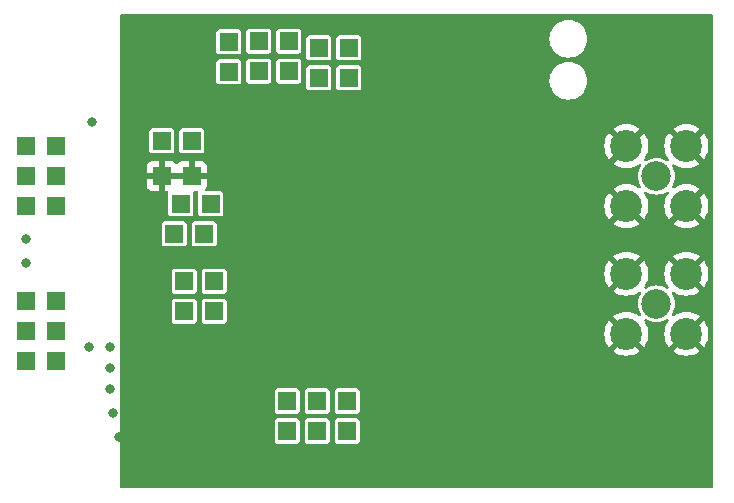
<source format=gbr>
%TF.GenerationSoftware,KiCad,Pcbnew,7.0.11+1*%
%TF.CreationDate,2024-07-13T22:37:04+00:00*%
%TF.ProjectId,ISM03,49534d30-332e-46b6-9963-61645f706362,rev?*%
%TF.SameCoordinates,Original*%
%TF.FileFunction,Copper,L1,Top*%
%TF.FilePolarity,Positive*%
%FSLAX46Y46*%
G04 Gerber Fmt 4.6, Leading zero omitted, Abs format (unit mm)*
G04 Created by KiCad (PCBNEW 7.0.11+1) date 2024-07-13 22:37:04*
%MOMM*%
%LPD*%
G01*
G04 APERTURE LIST*
%TA.AperFunction,ComponentPad*%
%ADD10R,1.524000X1.524000*%
%TD*%
%TA.AperFunction,ComponentPad*%
%ADD11C,6.000000*%
%TD*%
%TA.AperFunction,ComponentPad*%
%ADD12C,2.500000*%
%TD*%
%TA.AperFunction,ComponentPad*%
%ADD13C,2.700000*%
%TD*%
%TA.AperFunction,HeatsinkPad*%
%ADD14C,0.500000*%
%TD*%
%TA.AperFunction,HeatsinkPad*%
%ADD15R,2.600000X2.600000*%
%TD*%
%TA.AperFunction,ViaPad*%
%ADD16C,0.800000*%
%TD*%
%TA.AperFunction,Conductor*%
%ADD17C,0.500000*%
%TD*%
G04 APERTURE END LIST*
D10*
%TO.P,J17,1*%
%TO.N,/TXRAMP*%
X24601000Y10173500D03*
%TO.P,J17,2*%
X24601000Y12713500D03*
%TD*%
%TO.P,J24,1*%
%TO.N,Net-(J24-Pad1)*%
X14568000Y40590000D03*
%TO.P,J24,2*%
%TO.N,/GPIO2*%
X14568000Y43130000D03*
%TD*%
%TO.P,J25,1*%
%TO.N,Net-(J25-Pad1)*%
X22188000Y40082000D03*
%TO.P,J25,2*%
%TO.N,/GPIO3*%
X22188000Y42622000D03*
%TD*%
%TO.P,J1,1,2*%
%TO.N,GND*%
X-2549953Y34289311D03*
%TO.P,J1,2,2*%
X-9953Y34289311D03*
%TO.P,J1,3,4*%
%TO.N,VCC*%
X-2549953Y31749311D03*
%TO.P,J1,4,4*%
X-9953Y31749311D03*
%TO.P,J1,5,6*%
%TO.N,GND*%
X-2549953Y29209311D03*
%TO.P,J1,6,6*%
X-9953Y29209311D03*
%TD*%
%TO.P,J4,1,2*%
%TO.N,GND*%
X-2549953Y21208311D03*
%TO.P,J4,2,2*%
X-9953Y21208311D03*
%TO.P,J4,3,4*%
%TO.N,+3.3V*%
X-2549953Y18668311D03*
%TO.P,J4,4,4*%
X-9953Y18668311D03*
%TO.P,J4,5,6*%
%TO.N,GND*%
X-2549953Y16128311D03*
%TO.P,J4,6,6*%
X-9953Y16128311D03*
%TD*%
%TO.P,J13,1*%
%TO.N,/SCLK*%
X13335000Y22860000D03*
%TO.P,J13,2*%
X10795000Y22860000D03*
%TD*%
%TO.P,J14,1*%
%TO.N,/SDI*%
X13044000Y29414000D03*
%TO.P,J14,2*%
X10504000Y29414000D03*
%TD*%
%TO.P,J19,1*%
%TO.N,/nIRQ*%
X10795000Y20320000D03*
%TO.P,J19,2*%
X13335000Y20320000D03*
%TD*%
%TO.P,J20,1*%
%TO.N,/GPIO0*%
X22061000Y10173500D03*
%TO.P,J20,2*%
X22061000Y12713500D03*
%TD*%
%TO.P,J21,1*%
%TO.N,/GPIO1*%
X19521000Y10173500D03*
%TO.P,J21,2*%
X19521000Y12713500D03*
%TD*%
D11*
%TO.P,M1,1*%
%TO.N,GND*%
X10160000Y40640000D03*
%TD*%
%TO.P,M2,1*%
%TO.N,GND*%
X50800000Y40640000D03*
%TD*%
%TO.P,M3,1*%
%TO.N,GND*%
X10160000Y10160000D03*
%TD*%
%TO.P,M4,1*%
%TO.N,GND*%
X50800000Y10160000D03*
%TD*%
D12*
%TO.P,J3,1*%
%TO.N,Net-(J3-Pad1)*%
X50790047Y31749311D03*
D13*
%TO.P,J3,2*%
%TO.N,GND*%
X48250047Y34289311D03*
X48250047Y29209311D03*
X53330047Y34289311D03*
X53330047Y29209311D03*
%TD*%
D10*
%TO.P,J26,1*%
%TO.N,GND*%
X11430000Y31750000D03*
%TO.P,J26,2*%
X8890000Y31750000D03*
%TD*%
%TO.P,J22,1*%
%TO.N,/GPIO2*%
X17108000Y40639311D03*
%TO.P,J22,2*%
X17108000Y43179311D03*
%TD*%
%TO.P,J16,1*%
%TO.N,/nSEL*%
X11430000Y34748000D03*
%TO.P,J16,2*%
X8890000Y34748000D03*
%TD*%
%TO.P,J15,1*%
%TO.N,/SDO*%
X12486689Y26874000D03*
%TO.P,J15,2*%
X9946689Y26874000D03*
%TD*%
%TO.P,J23,1*%
%TO.N,/GPIO3*%
X19648000Y40639311D03*
%TO.P,J23,2*%
X19648000Y43179311D03*
%TD*%
D12*
%TO.P,J2,1*%
%TO.N,Net-(J2-Pad1)*%
X50790047Y20954311D03*
D13*
%TO.P,J2,2*%
%TO.N,GND*%
X48250047Y23494311D03*
X48250047Y18414311D03*
X53330047Y23494311D03*
X53330047Y18414311D03*
%TD*%
D10*
%TO.P,J5,1*%
%TO.N,/SDN*%
X24728000Y40082000D03*
%TO.P,J5,2*%
X24728000Y42622000D03*
%TD*%
D14*
%TO.P,U2,21,GND*%
%TO.N,GND*%
X23265047Y25062000D03*
X23265047Y27162000D03*
D15*
X22215047Y26112000D03*
D14*
X21165047Y25062000D03*
X21165047Y27162000D03*
%TD*%
D16*
%TO.N,GND*%
X4562047Y15493311D03*
X46980047Y37083311D03*
X45456047Y24891311D03*
X54092047Y15493311D03*
X25744000Y18047500D03*
X50028047Y15493311D03*
X31486047Y40385311D03*
X33518047Y37591311D03*
X40122047Y37591311D03*
X5324047Y9651311D03*
X15738047Y7111311D03*
X29200047Y36575311D03*
X28184047Y26415311D03*
X44440047Y29971311D03*
X26914047Y24584311D03*
X36058047Y29971311D03*
X46218047Y13969311D03*
X45964047Y33527311D03*
X4816047Y11683311D03*
X45456047Y21843311D03*
X42154047Y21589311D03*
X41392047Y29971311D03*
X45710047Y35559311D03*
X15484047Y33781311D03*
X47742047Y15493311D03*
X36731147Y24040411D03*
X26506000Y8141500D03*
X34534047Y29971311D03*
X3038047Y36321311D03*
X8372047Y23875311D03*
X37836047Y29971311D03*
X52314047Y15493311D03*
X26914047Y23621311D03*
X43932047Y36067311D03*
X40630047Y21589311D03*
X28438047Y24129311D03*
X27153371Y27191987D03*
X29200047Y37591311D03*
X17770047Y33781311D03*
X43932047Y33527311D03*
X41900047Y37591311D03*
X20818047Y8635311D03*
X38344047Y37591311D03*
X-2549953Y24383311D03*
X31613047Y30098311D03*
X4562047Y17271311D03*
X43932047Y34543311D03*
X33264047Y40385311D03*
X39106047Y21589311D03*
X43932047Y37591311D03*
X26506000Y10427500D03*
X-2549953Y26415311D03*
X45456047Y23621311D03*
X45456047Y20319311D03*
X42916047Y29971311D03*
X26660047Y29463311D03*
X30470047Y23621311D03*
X45710047Y16001311D03*
X36566047Y37591311D03*
X52314047Y26415311D03*
X2784047Y17271311D03*
X54346047Y26415311D03*
X4562047Y13715311D03*
X17008047Y8635311D03*
X18786047Y8635311D03*
X22596047Y8635311D03*
X33518047Y38861311D03*
X43678047Y21589311D03*
X30470047Y24637311D03*
X36820047Y25653311D03*
X34407047Y11746811D03*
X39614047Y29971311D03*
X29454047Y38861311D03*
X26506000Y12205500D03*
X45456047Y29971311D03*
X30074371Y30112987D03*
X33010047Y30098311D03*
X24474000Y7887500D03*
X6086047Y33781311D03*
%TO.N,/SDO*%
X12690047Y27177311D03*
%TD*%
D17*
%TO.N,GND*%
X31598371Y30112987D02*
X31613047Y30098311D01*
X36820047Y24129311D02*
X36731147Y24040411D01*
X34407047Y30098311D02*
X34534047Y29971311D01*
%TD*%
%TA.AperFunction,Conductor*%
%TO.N,GND*%
G36*
X26660047Y21843311D02*
G01*
X17770047Y21843311D01*
X18278047Y29717311D01*
X26660047Y29971311D01*
X26660047Y21843311D01*
G37*
%TD.AperFunction*%
%TD*%
%TA.AperFunction,Conductor*%
%TO.N,GND*%
G36*
X11011553Y31914228D02*
G01*
X10981736Y31783593D01*
X10991749Y31649972D01*
X11040703Y31525240D01*
X11064021Y31496000D01*
X9256618Y31496000D01*
X9308447Y31585772D01*
X9338264Y31716407D01*
X9328251Y31850028D01*
X9279297Y31974760D01*
X9255979Y32004000D01*
X11063382Y32004000D01*
X11011553Y31914228D01*
G37*
%TD.AperFunction*%
%TA.AperFunction,Conductor*%
G36*
X55557621Y45435498D02*
G01*
X55604114Y45381842D01*
X55615500Y45329500D01*
X55615500Y5470500D01*
X55595498Y5402379D01*
X55541842Y5355886D01*
X55489500Y5344500D01*
X5470500Y5344500D01*
X5402379Y5364502D01*
X5355886Y5418158D01*
X5344500Y5470500D01*
X5344500Y9366641D01*
X18458500Y9366641D01*
X18458501Y9366634D01*
X18461414Y9341510D01*
X18461416Y9341506D01*
X18506793Y9238735D01*
X18586232Y9159296D01*
X18586234Y9159295D01*
X18586235Y9159294D01*
X18689009Y9113915D01*
X18714135Y9111000D01*
X20327864Y9111001D01*
X20352991Y9113915D01*
X20455765Y9159294D01*
X20535206Y9238735D01*
X20580585Y9341509D01*
X20583500Y9366635D01*
X20583500Y9366641D01*
X20998500Y9366641D01*
X20998501Y9366634D01*
X21001414Y9341510D01*
X21001416Y9341506D01*
X21046793Y9238735D01*
X21126232Y9159296D01*
X21126234Y9159295D01*
X21126235Y9159294D01*
X21229009Y9113915D01*
X21254135Y9111000D01*
X22867864Y9111001D01*
X22892991Y9113915D01*
X22995765Y9159294D01*
X23075206Y9238735D01*
X23120585Y9341509D01*
X23123500Y9366635D01*
X23123500Y9366641D01*
X23538500Y9366641D01*
X23538501Y9366634D01*
X23541414Y9341510D01*
X23541416Y9341506D01*
X23586793Y9238735D01*
X23666232Y9159296D01*
X23666234Y9159295D01*
X23666235Y9159294D01*
X23769009Y9113915D01*
X23794135Y9111000D01*
X25407864Y9111001D01*
X25432991Y9113915D01*
X25535765Y9159294D01*
X25615206Y9238735D01*
X25660585Y9341509D01*
X25663500Y9366635D01*
X25663499Y10980364D01*
X25660585Y11005491D01*
X25615206Y11108265D01*
X25615206Y11108266D01*
X25535767Y11187705D01*
X25535765Y11187706D01*
X25432989Y11233086D01*
X25432990Y11233086D01*
X25407868Y11236000D01*
X23794140Y11236000D01*
X23794133Y11235999D01*
X23769009Y11233086D01*
X23769005Y11233084D01*
X23666234Y11187707D01*
X23586795Y11108268D01*
X23586794Y11108266D01*
X23541414Y11005491D01*
X23538500Y10980371D01*
X23538500Y9366641D01*
X23123500Y9366641D01*
X23123499Y10980364D01*
X23120585Y11005491D01*
X23075206Y11108265D01*
X23075206Y11108266D01*
X22995767Y11187705D01*
X22995765Y11187706D01*
X22892989Y11233086D01*
X22892990Y11233086D01*
X22867868Y11236000D01*
X21254140Y11236000D01*
X21254133Y11235999D01*
X21229009Y11233086D01*
X21229005Y11233084D01*
X21126234Y11187707D01*
X21046795Y11108268D01*
X21046794Y11108266D01*
X21001414Y11005491D01*
X20998500Y10980371D01*
X20998500Y9366641D01*
X20583500Y9366641D01*
X20583499Y10980364D01*
X20580585Y11005491D01*
X20535206Y11108265D01*
X20535206Y11108266D01*
X20455767Y11187705D01*
X20455765Y11187706D01*
X20352989Y11233086D01*
X20352990Y11233086D01*
X20327868Y11236000D01*
X18714140Y11236000D01*
X18714133Y11235999D01*
X18689009Y11233086D01*
X18689005Y11233084D01*
X18586234Y11187707D01*
X18506795Y11108268D01*
X18506794Y11108266D01*
X18461414Y11005491D01*
X18458500Y10980371D01*
X18458500Y9366641D01*
X5344500Y9366641D01*
X5344500Y11906641D01*
X18458500Y11906641D01*
X18458501Y11906634D01*
X18461414Y11881510D01*
X18461416Y11881506D01*
X18506793Y11778735D01*
X18586232Y11699296D01*
X18586234Y11699295D01*
X18586235Y11699294D01*
X18689009Y11653915D01*
X18714135Y11651000D01*
X20327864Y11651001D01*
X20352991Y11653915D01*
X20455765Y11699294D01*
X20535206Y11778735D01*
X20580585Y11881509D01*
X20583500Y11906635D01*
X20583500Y11906641D01*
X20998500Y11906641D01*
X20998501Y11906634D01*
X21001414Y11881510D01*
X21001416Y11881506D01*
X21046793Y11778735D01*
X21126232Y11699296D01*
X21126234Y11699295D01*
X21126235Y11699294D01*
X21229009Y11653915D01*
X21254135Y11651000D01*
X22867864Y11651001D01*
X22892991Y11653915D01*
X22995765Y11699294D01*
X23075206Y11778735D01*
X23120585Y11881509D01*
X23123500Y11906635D01*
X23123500Y11906641D01*
X23538500Y11906641D01*
X23538501Y11906634D01*
X23541414Y11881510D01*
X23541416Y11881506D01*
X23586793Y11778735D01*
X23666232Y11699296D01*
X23666234Y11699295D01*
X23666235Y11699294D01*
X23769009Y11653915D01*
X23794135Y11651000D01*
X25407864Y11651001D01*
X25432991Y11653915D01*
X25535765Y11699294D01*
X25615206Y11778735D01*
X25660585Y11881509D01*
X25663500Y11906635D01*
X25663499Y13520364D01*
X25660585Y13545491D01*
X25615206Y13648265D01*
X25615206Y13648266D01*
X25535767Y13727705D01*
X25535765Y13727706D01*
X25432989Y13773086D01*
X25432990Y13773086D01*
X25407868Y13776000D01*
X23794140Y13776000D01*
X23794133Y13775999D01*
X23769009Y13773086D01*
X23769005Y13773084D01*
X23666234Y13727707D01*
X23586795Y13648268D01*
X23586794Y13648266D01*
X23541414Y13545491D01*
X23538500Y13520371D01*
X23538500Y11906641D01*
X23123500Y11906641D01*
X23123499Y13520364D01*
X23120585Y13545491D01*
X23075206Y13648265D01*
X23075206Y13648266D01*
X22995767Y13727705D01*
X22995765Y13727706D01*
X22892989Y13773086D01*
X22892990Y13773086D01*
X22867868Y13776000D01*
X21254140Y13776000D01*
X21254133Y13775999D01*
X21229009Y13773086D01*
X21229005Y13773084D01*
X21126234Y13727707D01*
X21046795Y13648268D01*
X21046794Y13648266D01*
X21001414Y13545491D01*
X20998500Y13520371D01*
X20998500Y11906641D01*
X20583500Y11906641D01*
X20583499Y13520364D01*
X20580585Y13545491D01*
X20535206Y13648265D01*
X20535206Y13648266D01*
X20455767Y13727705D01*
X20455765Y13727706D01*
X20352989Y13773086D01*
X20352990Y13773086D01*
X20327868Y13776000D01*
X18714140Y13776000D01*
X18714133Y13775999D01*
X18689009Y13773086D01*
X18689005Y13773084D01*
X18586234Y13727707D01*
X18506795Y13648268D01*
X18506794Y13648266D01*
X18461414Y13545491D01*
X18458500Y13520371D01*
X18458500Y11906641D01*
X5344500Y11906641D01*
X5344500Y18414311D01*
X46387301Y18414311D01*
X46406260Y18149219D01*
X46462754Y17889518D01*
X46555634Y17640497D01*
X46683005Y17407235D01*
X46768950Y17292426D01*
X46768950Y17292425D01*
X47496853Y18020329D01*
X47542363Y17934489D01*
X47662056Y17793576D01*
X47809242Y17681688D01*
X47855316Y17660372D01*
X47128159Y16933216D01*
X47128160Y16933215D01*
X47242966Y16847272D01*
X47476232Y16719899D01*
X47725253Y16627019D01*
X47984954Y16570525D01*
X48250047Y16551566D01*
X48515139Y16570525D01*
X48774840Y16627019D01*
X49023861Y16719899D01*
X49257123Y16847269D01*
X49371932Y16933216D01*
X49371933Y16933216D01*
X48645124Y17660025D01*
X48767478Y17733642D01*
X48901705Y17860788D01*
X49005460Y18013816D01*
X49006682Y18016885D01*
X49731142Y17292425D01*
X49731142Y17292426D01*
X49817089Y17407235D01*
X49944459Y17640497D01*
X50037339Y17889518D01*
X50093833Y18149219D01*
X50112792Y18414311D01*
X50093833Y18679404D01*
X50037339Y18939105D01*
X49944459Y19188126D01*
X49817086Y19421392D01*
X49781702Y19468660D01*
X49756891Y19535180D01*
X49771982Y19604554D01*
X49822184Y19654756D01*
X49891558Y19669848D01*
X49948402Y19651603D01*
X50083958Y19568534D01*
X50309435Y19475139D01*
X50546745Y19418165D01*
X50790047Y19399017D01*
X51033349Y19418165D01*
X51270659Y19475139D01*
X51496136Y19568534D01*
X51631689Y19651602D01*
X51700221Y19670140D01*
X51767898Y19648684D01*
X51813231Y19594045D01*
X51821828Y19523571D01*
X51798392Y19468661D01*
X51763006Y19421391D01*
X51635634Y19188126D01*
X51542754Y18939105D01*
X51486260Y18679404D01*
X51467301Y18414311D01*
X51486260Y18149219D01*
X51542754Y17889518D01*
X51635634Y17640497D01*
X51763005Y17407235D01*
X51848950Y17292426D01*
X51848950Y17292425D01*
X52576853Y18020329D01*
X52622363Y17934489D01*
X52742056Y17793576D01*
X52889242Y17681688D01*
X52935316Y17660372D01*
X52208159Y16933216D01*
X52208160Y16933215D01*
X52322966Y16847272D01*
X52556232Y16719899D01*
X52805253Y16627019D01*
X53064954Y16570525D01*
X53330047Y16551566D01*
X53595139Y16570525D01*
X53854840Y16627019D01*
X54103861Y16719899D01*
X54337123Y16847269D01*
X54451932Y16933216D01*
X54451933Y16933216D01*
X53725124Y17660025D01*
X53847478Y17733642D01*
X53981705Y17860788D01*
X54085460Y18013816D01*
X54086682Y18016885D01*
X54811142Y17292425D01*
X54811142Y17292426D01*
X54897089Y17407235D01*
X55024459Y17640497D01*
X55117339Y17889518D01*
X55173833Y18149219D01*
X55192792Y18414311D01*
X55173833Y18679404D01*
X55117339Y18939105D01*
X55024459Y19188126D01*
X54897086Y19421392D01*
X54811143Y19536198D01*
X54811142Y19536199D01*
X54083239Y18808296D01*
X54037731Y18894133D01*
X53918038Y19035046D01*
X53770852Y19146934D01*
X53724776Y19168252D01*
X54451933Y19895408D01*
X54337123Y19981353D01*
X54103861Y20108724D01*
X53854840Y20201604D01*
X53595139Y20258098D01*
X53330047Y20277057D01*
X53064954Y20258098D01*
X52805253Y20201604D01*
X52556232Y20108724D01*
X52322967Y19981352D01*
X52275697Y19945966D01*
X52209176Y19921156D01*
X52139803Y19936248D01*
X52089601Y19986451D01*
X52074510Y20055825D01*
X52092757Y20112670D01*
X52175822Y20248219D01*
X52175821Y20248219D01*
X52175824Y20248222D01*
X52269219Y20473699D01*
X52326193Y20711009D01*
X52345341Y20954311D01*
X52326193Y21197613D01*
X52269219Y21434923D01*
X52175824Y21660400D01*
X52092755Y21795956D01*
X52074218Y21864486D01*
X52095674Y21932163D01*
X52150313Y21977496D01*
X52220788Y21986093D01*
X52275698Y21962656D01*
X52322966Y21927272D01*
X52556232Y21799899D01*
X52805253Y21707019D01*
X53064954Y21650525D01*
X53330047Y21631566D01*
X53595139Y21650525D01*
X53854840Y21707019D01*
X54103861Y21799899D01*
X54337123Y21927269D01*
X54451932Y22013216D01*
X54451933Y22013216D01*
X53725124Y22740025D01*
X53847478Y22813642D01*
X53981705Y22940788D01*
X54085460Y23093816D01*
X54086682Y23096885D01*
X54811142Y22372425D01*
X54811142Y22372426D01*
X54897089Y22487235D01*
X55024459Y22720497D01*
X55117339Y22969518D01*
X55173833Y23229219D01*
X55192792Y23494311D01*
X55173833Y23759404D01*
X55117339Y24019105D01*
X55024459Y24268126D01*
X54897086Y24501392D01*
X54811143Y24616198D01*
X54811142Y24616199D01*
X54083239Y23888296D01*
X54037731Y23974133D01*
X53918038Y24115046D01*
X53770852Y24226934D01*
X53724776Y24248251D01*
X54451933Y24975408D01*
X54337123Y25061353D01*
X54103861Y25188724D01*
X53854840Y25281604D01*
X53595139Y25338098D01*
X53330047Y25357057D01*
X53064954Y25338098D01*
X52805253Y25281604D01*
X52556232Y25188724D01*
X52322971Y25061354D01*
X52208160Y24975409D01*
X52208159Y24975408D01*
X52934969Y24248598D01*
X52812616Y24174980D01*
X52678389Y24047834D01*
X52574634Y23894806D01*
X52573411Y23891738D01*
X51848950Y24616199D01*
X51848949Y24616198D01*
X51763004Y24501387D01*
X51635634Y24268126D01*
X51542754Y24019105D01*
X51486260Y23759404D01*
X51467301Y23494311D01*
X51486260Y23229219D01*
X51542754Y22969518D01*
X51635634Y22720497D01*
X51763007Y22487231D01*
X51798391Y22439963D01*
X51823202Y22373443D01*
X51808111Y22304069D01*
X51757908Y22253866D01*
X51688534Y22238775D01*
X51631689Y22257021D01*
X51496136Y22340088D01*
X51270659Y22433483D01*
X51270657Y22433484D01*
X51270656Y22433484D01*
X51142947Y22464145D01*
X51033349Y22490457D01*
X51033350Y22490457D01*
X50790047Y22509605D01*
X50546744Y22490457D01*
X50309437Y22433484D01*
X50083955Y22340087D01*
X49948404Y22257021D01*
X49879871Y22238483D01*
X49812194Y22259940D01*
X49766861Y22314579D01*
X49758265Y22385053D01*
X49781703Y22439964D01*
X49817086Y22487230D01*
X49944459Y22720497D01*
X50037339Y22969518D01*
X50093833Y23229219D01*
X50112792Y23494311D01*
X50093833Y23759404D01*
X50037339Y24019105D01*
X49944459Y24268126D01*
X49817086Y24501392D01*
X49731143Y24616198D01*
X49003239Y23888294D01*
X48957731Y23974133D01*
X48838038Y24115046D01*
X48690852Y24226934D01*
X48644776Y24248251D01*
X49371933Y24975408D01*
X49257123Y25061353D01*
X49023861Y25188724D01*
X48774840Y25281604D01*
X48515139Y25338098D01*
X48250047Y25357057D01*
X47984954Y25338098D01*
X47725253Y25281604D01*
X47476232Y25188724D01*
X47242971Y25061354D01*
X47128160Y24975409D01*
X47128159Y24975408D01*
X47854969Y24248598D01*
X47732616Y24174980D01*
X47598389Y24047834D01*
X47494634Y23894806D01*
X47493411Y23891738D01*
X46768950Y24616199D01*
X46768949Y24616198D01*
X46683004Y24501387D01*
X46555634Y24268126D01*
X46462754Y24019105D01*
X46406260Y23759404D01*
X46387301Y23494311D01*
X46406260Y23229219D01*
X46462754Y22969518D01*
X46555634Y22720497D01*
X46683005Y22487235D01*
X46768950Y22372426D01*
X46768950Y22372425D01*
X47496853Y23100329D01*
X47542363Y23014489D01*
X47662056Y22873576D01*
X47809242Y22761688D01*
X47855317Y22740372D01*
X47128160Y22013215D01*
X47242966Y21927272D01*
X47476232Y21799899D01*
X47725253Y21707019D01*
X47984954Y21650525D01*
X48250047Y21631566D01*
X48515139Y21650525D01*
X48774840Y21707019D01*
X49023861Y21799899D01*
X49257128Y21927272D01*
X49304394Y21962655D01*
X49370914Y21987467D01*
X49440288Y21972376D01*
X49490491Y21922175D01*
X49505583Y21852801D01*
X49487337Y21795954D01*
X49404271Y21660403D01*
X49310874Y21434921D01*
X49253901Y21197614D01*
X49234753Y20954311D01*
X49253901Y20711009D01*
X49310874Y20473702D01*
X49404269Y20248224D01*
X49487337Y20112670D01*
X49505875Y20044136D01*
X49484419Y19976460D01*
X49429779Y19931127D01*
X49359305Y19922530D01*
X49304395Y19945967D01*
X49257127Y19981351D01*
X49023861Y20108724D01*
X48774840Y20201604D01*
X48515139Y20258098D01*
X48250047Y20277057D01*
X47984954Y20258098D01*
X47725253Y20201604D01*
X47476232Y20108724D01*
X47242971Y19981354D01*
X47128160Y19895409D01*
X47128159Y19895408D01*
X47854969Y19168598D01*
X47732616Y19094980D01*
X47598389Y18967834D01*
X47494634Y18814806D01*
X47493411Y18811738D01*
X46768950Y19536199D01*
X46768949Y19536198D01*
X46683004Y19421387D01*
X46555634Y19188126D01*
X46462754Y18939105D01*
X46406260Y18679404D01*
X46387301Y18414311D01*
X5344500Y18414311D01*
X5344500Y19513141D01*
X9732500Y19513141D01*
X9732501Y19513134D01*
X9735414Y19488010D01*
X9735416Y19488006D01*
X9780793Y19385235D01*
X9860232Y19305796D01*
X9860234Y19305795D01*
X9860235Y19305794D01*
X9963009Y19260415D01*
X9988135Y19257500D01*
X11601864Y19257501D01*
X11626991Y19260415D01*
X11729765Y19305794D01*
X11809206Y19385235D01*
X11854585Y19488009D01*
X11857500Y19513135D01*
X11857500Y19513141D01*
X12272500Y19513141D01*
X12272501Y19513134D01*
X12275414Y19488010D01*
X12275416Y19488006D01*
X12320793Y19385235D01*
X12400232Y19305796D01*
X12400234Y19305795D01*
X12400235Y19305794D01*
X12503009Y19260415D01*
X12528135Y19257500D01*
X14141864Y19257501D01*
X14166991Y19260415D01*
X14269765Y19305794D01*
X14349206Y19385235D01*
X14394585Y19488009D01*
X14397500Y19513135D01*
X14397499Y21126864D01*
X14394585Y21151991D01*
X14349206Y21254765D01*
X14349206Y21254766D01*
X14269767Y21334205D01*
X14269765Y21334206D01*
X14166989Y21379586D01*
X14166990Y21379586D01*
X14141868Y21382500D01*
X12528140Y21382500D01*
X12528133Y21382499D01*
X12503009Y21379586D01*
X12503005Y21379584D01*
X12400234Y21334207D01*
X12320795Y21254768D01*
X12320794Y21254766D01*
X12275414Y21151991D01*
X12272500Y21126871D01*
X12272500Y19513141D01*
X11857500Y19513141D01*
X11857499Y21126864D01*
X11854585Y21151991D01*
X11809206Y21254765D01*
X11809206Y21254766D01*
X11729767Y21334205D01*
X11729765Y21334206D01*
X11626989Y21379586D01*
X11626990Y21379586D01*
X11601868Y21382500D01*
X9988140Y21382500D01*
X9988133Y21382499D01*
X9963009Y21379586D01*
X9963005Y21379584D01*
X9860234Y21334207D01*
X9780795Y21254768D01*
X9780794Y21254766D01*
X9735414Y21151991D01*
X9732500Y21126871D01*
X9732500Y19513141D01*
X5344500Y19513141D01*
X5344500Y22053141D01*
X9732500Y22053141D01*
X9732501Y22053134D01*
X9735414Y22028010D01*
X9735416Y22028006D01*
X9780793Y21925235D01*
X9860232Y21845796D01*
X9860234Y21845795D01*
X9860235Y21845794D01*
X9963009Y21800415D01*
X9988135Y21797500D01*
X11601864Y21797501D01*
X11626991Y21800415D01*
X11729765Y21845794D01*
X11809206Y21925235D01*
X11854585Y22028009D01*
X11857500Y22053135D01*
X11857500Y22053141D01*
X12272500Y22053141D01*
X12272501Y22053134D01*
X12275414Y22028010D01*
X12275416Y22028006D01*
X12320793Y21925235D01*
X12400232Y21845796D01*
X12400234Y21845795D01*
X12400235Y21845794D01*
X12503009Y21800415D01*
X12528135Y21797500D01*
X14141864Y21797501D01*
X14166991Y21800415D01*
X14264142Y21843311D01*
X17770047Y21843311D01*
X26660047Y21843311D01*
X26660047Y29209311D01*
X46387301Y29209311D01*
X46406260Y28944219D01*
X46462754Y28684518D01*
X46555634Y28435497D01*
X46683005Y28202235D01*
X46768950Y28087426D01*
X46768950Y28087425D01*
X47496853Y28815329D01*
X47542363Y28729489D01*
X47662056Y28588576D01*
X47809242Y28476688D01*
X47855316Y28455372D01*
X47128159Y27728216D01*
X47128160Y27728215D01*
X47242966Y27642272D01*
X47476232Y27514899D01*
X47725253Y27422019D01*
X47984954Y27365525D01*
X48250047Y27346566D01*
X48515139Y27365525D01*
X48774840Y27422019D01*
X49023861Y27514899D01*
X49257123Y27642269D01*
X49371932Y27728216D01*
X49371933Y27728216D01*
X48645124Y28455025D01*
X48767478Y28528642D01*
X48901705Y28655788D01*
X49005460Y28808816D01*
X49006682Y28811885D01*
X49731142Y28087425D01*
X49731142Y28087426D01*
X49817089Y28202235D01*
X49944459Y28435497D01*
X50037339Y28684518D01*
X50093833Y28944219D01*
X50112792Y29209311D01*
X50093833Y29474404D01*
X50037339Y29734105D01*
X49944459Y29983126D01*
X49817086Y30216392D01*
X49781702Y30263660D01*
X49756891Y30330180D01*
X49771982Y30399554D01*
X49822184Y30449756D01*
X49891558Y30464848D01*
X49948402Y30446603D01*
X50083958Y30363534D01*
X50309435Y30270139D01*
X50546745Y30213165D01*
X50790047Y30194017D01*
X51033349Y30213165D01*
X51270659Y30270139D01*
X51496136Y30363534D01*
X51631689Y30446602D01*
X51700221Y30465140D01*
X51767898Y30443684D01*
X51813231Y30389045D01*
X51821828Y30318571D01*
X51798392Y30263661D01*
X51763006Y30216391D01*
X51635634Y29983126D01*
X51542754Y29734105D01*
X51486260Y29474404D01*
X51467301Y29209311D01*
X51486260Y28944219D01*
X51542754Y28684518D01*
X51635634Y28435497D01*
X51763005Y28202235D01*
X51848950Y28087426D01*
X51848950Y28087425D01*
X52576853Y28815329D01*
X52622363Y28729489D01*
X52742056Y28588576D01*
X52889242Y28476688D01*
X52935316Y28455372D01*
X52208159Y27728216D01*
X52208160Y27728215D01*
X52322966Y27642272D01*
X52556232Y27514899D01*
X52805253Y27422019D01*
X53064954Y27365525D01*
X53330047Y27346566D01*
X53595139Y27365525D01*
X53854840Y27422019D01*
X54103861Y27514899D01*
X54337123Y27642269D01*
X54451932Y27728216D01*
X54451933Y27728216D01*
X53725124Y28455025D01*
X53847478Y28528642D01*
X53981705Y28655788D01*
X54085460Y28808816D01*
X54086682Y28811885D01*
X54811142Y28087425D01*
X54811142Y28087426D01*
X54897089Y28202235D01*
X55024459Y28435497D01*
X55117339Y28684518D01*
X55173833Y28944219D01*
X55192792Y29209311D01*
X55173833Y29474404D01*
X55117339Y29734105D01*
X55024459Y29983126D01*
X54897086Y30216392D01*
X54811143Y30331198D01*
X54811142Y30331199D01*
X54083239Y29603296D01*
X54037731Y29689133D01*
X53918038Y29830046D01*
X53770852Y29941934D01*
X53724776Y29963252D01*
X54451933Y30690408D01*
X54337123Y30776353D01*
X54103861Y30903724D01*
X53854840Y30996604D01*
X53595139Y31053098D01*
X53330047Y31072057D01*
X53064954Y31053098D01*
X52805253Y30996604D01*
X52556232Y30903724D01*
X52322967Y30776352D01*
X52275697Y30740966D01*
X52209176Y30716156D01*
X52139803Y30731248D01*
X52089601Y30781451D01*
X52074510Y30850825D01*
X52092757Y30907670D01*
X52112211Y30939415D01*
X52175824Y31043222D01*
X52269219Y31268699D01*
X52326193Y31506009D01*
X52345341Y31749311D01*
X52326193Y31992613D01*
X52269219Y32229923D01*
X52175824Y32455400D01*
X52092755Y32590956D01*
X52074218Y32659486D01*
X52095674Y32727163D01*
X52150313Y32772496D01*
X52220788Y32781093D01*
X52275698Y32757656D01*
X52322966Y32722272D01*
X52556232Y32594899D01*
X52805253Y32502019D01*
X53064954Y32445525D01*
X53330047Y32426566D01*
X53595139Y32445525D01*
X53854840Y32502019D01*
X54103861Y32594899D01*
X54337123Y32722269D01*
X54451932Y32808216D01*
X54451933Y32808216D01*
X53725124Y33535025D01*
X53847478Y33608642D01*
X53981705Y33735788D01*
X54085460Y33888816D01*
X54086682Y33891885D01*
X54811142Y33167425D01*
X54811142Y33167426D01*
X54897089Y33282235D01*
X55024459Y33515497D01*
X55117339Y33764518D01*
X55173833Y34024219D01*
X55192792Y34289311D01*
X55173833Y34554404D01*
X55117339Y34814105D01*
X55024459Y35063126D01*
X54897086Y35296392D01*
X54811143Y35411198D01*
X54811142Y35411199D01*
X54083239Y34683296D01*
X54037731Y34769133D01*
X53918038Y34910046D01*
X53770852Y35021934D01*
X53724776Y35043251D01*
X54451933Y35770408D01*
X54337123Y35856353D01*
X54103861Y35983724D01*
X53854840Y36076604D01*
X53595139Y36133098D01*
X53330047Y36152057D01*
X53064954Y36133098D01*
X52805253Y36076604D01*
X52556232Y35983724D01*
X52322971Y35856354D01*
X52208160Y35770409D01*
X52208159Y35770408D01*
X52934969Y35043598D01*
X52812616Y34969980D01*
X52678389Y34842834D01*
X52574634Y34689806D01*
X52573411Y34686738D01*
X51848950Y35411199D01*
X51848949Y35411198D01*
X51763004Y35296387D01*
X51635634Y35063126D01*
X51542754Y34814105D01*
X51486260Y34554404D01*
X51467301Y34289311D01*
X51486260Y34024219D01*
X51542754Y33764518D01*
X51635634Y33515497D01*
X51763007Y33282231D01*
X51798391Y33234963D01*
X51823202Y33168443D01*
X51808111Y33099069D01*
X51757908Y33048866D01*
X51688534Y33033775D01*
X51631689Y33052021D01*
X51496136Y33135088D01*
X51270659Y33228483D01*
X51270657Y33228484D01*
X51270656Y33228484D01*
X51142947Y33259145D01*
X51033349Y33285457D01*
X51033350Y33285457D01*
X50790047Y33304605D01*
X50546744Y33285457D01*
X50309437Y33228484D01*
X50083955Y33135087D01*
X49948404Y33052021D01*
X49879871Y33033483D01*
X49812194Y33054940D01*
X49766861Y33109579D01*
X49758265Y33180053D01*
X49781703Y33234964D01*
X49817086Y33282230D01*
X49944459Y33515497D01*
X50037339Y33764518D01*
X50093833Y34024219D01*
X50112792Y34289311D01*
X50093833Y34554404D01*
X50037339Y34814105D01*
X49944459Y35063126D01*
X49817086Y35296392D01*
X49731143Y35411198D01*
X49003239Y34683294D01*
X48957731Y34769133D01*
X48838038Y34910046D01*
X48690852Y35021934D01*
X48644776Y35043251D01*
X49371933Y35770408D01*
X49257123Y35856353D01*
X49023861Y35983724D01*
X48774840Y36076604D01*
X48515139Y36133098D01*
X48250047Y36152057D01*
X47984954Y36133098D01*
X47725253Y36076604D01*
X47476232Y35983724D01*
X47242971Y35856354D01*
X47128160Y35770409D01*
X47128159Y35770408D01*
X47854969Y35043598D01*
X47732616Y34969980D01*
X47598389Y34842834D01*
X47494634Y34689806D01*
X47493411Y34686738D01*
X46768950Y35411199D01*
X46768949Y35411198D01*
X46683004Y35296387D01*
X46555634Y35063126D01*
X46462754Y34814105D01*
X46406260Y34554404D01*
X46387301Y34289311D01*
X46406260Y34024219D01*
X46462754Y33764518D01*
X46555634Y33515497D01*
X46683005Y33282235D01*
X46768950Y33167426D01*
X46768950Y33167425D01*
X47496853Y33895329D01*
X47542363Y33809489D01*
X47662056Y33668576D01*
X47809242Y33556688D01*
X47855317Y33535372D01*
X47128160Y32808215D01*
X47242966Y32722272D01*
X47476232Y32594899D01*
X47725253Y32502019D01*
X47984954Y32445525D01*
X48250047Y32426566D01*
X48515139Y32445525D01*
X48774840Y32502019D01*
X49023861Y32594899D01*
X49257128Y32722272D01*
X49304394Y32757655D01*
X49370914Y32782467D01*
X49440288Y32767376D01*
X49490491Y32717175D01*
X49505583Y32647801D01*
X49487337Y32590954D01*
X49404271Y32455403D01*
X49310874Y32229921D01*
X49253901Y31992614D01*
X49234753Y31749311D01*
X49253901Y31506009D01*
X49302039Y31305500D01*
X49310875Y31268699D01*
X49404270Y31043222D01*
X49467883Y30939415D01*
X49487337Y30907670D01*
X49505875Y30839136D01*
X49484419Y30771460D01*
X49429779Y30726127D01*
X49359305Y30717530D01*
X49304395Y30740967D01*
X49257127Y30776351D01*
X49023861Y30903724D01*
X48774840Y30996604D01*
X48515139Y31053098D01*
X48250047Y31072057D01*
X47984954Y31053098D01*
X47725253Y30996604D01*
X47476232Y30903724D01*
X47242971Y30776354D01*
X47128160Y30690409D01*
X47128159Y30690408D01*
X47854969Y29963598D01*
X47732616Y29889980D01*
X47598389Y29762834D01*
X47494634Y29609806D01*
X47493411Y29606738D01*
X46768950Y30331199D01*
X46768949Y30331198D01*
X46683004Y30216387D01*
X46555634Y29983126D01*
X46462754Y29734105D01*
X46406260Y29474404D01*
X46387301Y29209311D01*
X26660047Y29209311D01*
X26660047Y29971311D01*
X18278047Y29717311D01*
X17770047Y21843311D01*
X14264142Y21843311D01*
X14269765Y21845794D01*
X14349206Y21925235D01*
X14394585Y22028009D01*
X14397500Y22053135D01*
X14397499Y23666864D01*
X14394585Y23691991D01*
X14378872Y23727578D01*
X14349206Y23794766D01*
X14269767Y23874205D01*
X14269765Y23874206D01*
X14166989Y23919586D01*
X14166990Y23919586D01*
X14141868Y23922500D01*
X12528140Y23922500D01*
X12528133Y23922499D01*
X12503009Y23919586D01*
X12503005Y23919584D01*
X12400234Y23874207D01*
X12320795Y23794768D01*
X12320794Y23794766D01*
X12275414Y23691991D01*
X12272500Y23666871D01*
X12272500Y22053141D01*
X11857500Y22053141D01*
X11857499Y23666864D01*
X11854585Y23691991D01*
X11838872Y23727578D01*
X11809206Y23794766D01*
X11729767Y23874205D01*
X11729765Y23874206D01*
X11626989Y23919586D01*
X11626990Y23919586D01*
X11601868Y23922500D01*
X9988140Y23922500D01*
X9988133Y23922499D01*
X9963009Y23919586D01*
X9963005Y23919584D01*
X9860234Y23874207D01*
X9780795Y23794768D01*
X9780794Y23794766D01*
X9735414Y23691991D01*
X9732500Y23666871D01*
X9732500Y22053141D01*
X5344500Y22053141D01*
X5344500Y26067141D01*
X8884189Y26067141D01*
X8884190Y26067134D01*
X8887103Y26042010D01*
X8887105Y26042006D01*
X8932482Y25939235D01*
X9011921Y25859796D01*
X9011923Y25859795D01*
X9011924Y25859794D01*
X9114698Y25814415D01*
X9139824Y25811500D01*
X10753553Y25811501D01*
X10778680Y25814415D01*
X10881454Y25859794D01*
X10960895Y25939235D01*
X11006274Y26042009D01*
X11009189Y26067135D01*
X11009189Y26067141D01*
X11424189Y26067141D01*
X11424190Y26067134D01*
X11427103Y26042010D01*
X11427105Y26042006D01*
X11472482Y25939235D01*
X11551921Y25859796D01*
X11551923Y25859795D01*
X11551924Y25859794D01*
X11654698Y25814415D01*
X11679824Y25811500D01*
X13293553Y25811501D01*
X13318680Y25814415D01*
X13421454Y25859794D01*
X13500895Y25939235D01*
X13546274Y26042009D01*
X13549189Y26067135D01*
X13549188Y27680864D01*
X13546274Y27705991D01*
X13500895Y27808765D01*
X13500895Y27808766D01*
X13421456Y27888205D01*
X13421454Y27888206D01*
X13318678Y27933586D01*
X13318679Y27933586D01*
X13293557Y27936500D01*
X11679829Y27936500D01*
X11679822Y27936499D01*
X11654698Y27933586D01*
X11654694Y27933584D01*
X11551923Y27888207D01*
X11472484Y27808768D01*
X11472483Y27808766D01*
X11427103Y27705991D01*
X11424189Y27680871D01*
X11424189Y26067141D01*
X11009189Y26067141D01*
X11009188Y27680864D01*
X11006274Y27705991D01*
X10960895Y27808765D01*
X10960895Y27808766D01*
X10881456Y27888205D01*
X10881454Y27888206D01*
X10778678Y27933586D01*
X10778679Y27933586D01*
X10753557Y27936500D01*
X9139829Y27936500D01*
X9139822Y27936499D01*
X9114698Y27933586D01*
X9114694Y27933584D01*
X9011923Y27888207D01*
X8932484Y27808768D01*
X8932483Y27808766D01*
X8887103Y27705991D01*
X8884189Y27680871D01*
X8884189Y26067141D01*
X5344500Y26067141D01*
X5344500Y30939403D01*
X7620000Y30939403D01*
X7626505Y30878907D01*
X7677555Y30742036D01*
X7677555Y30742035D01*
X7765095Y30625096D01*
X7882034Y30537556D01*
X8018906Y30486506D01*
X8079402Y30480001D01*
X8079415Y30480000D01*
X8636000Y30480000D01*
X8636000Y31385195D01*
X8694960Y31344996D01*
X8823002Y31305500D01*
X8923312Y31305500D01*
X9022499Y31320450D01*
X9143224Y31378588D01*
X9144000Y31379309D01*
X9144000Y30480000D01*
X9354370Y30480000D01*
X9422491Y30459998D01*
X9468984Y30406342D01*
X9479088Y30336068D01*
X9469634Y30303106D01*
X9444414Y30245990D01*
X9441500Y30220871D01*
X9441500Y28607141D01*
X9441501Y28607134D01*
X9444414Y28582010D01*
X9444416Y28582006D01*
X9489793Y28479235D01*
X9569232Y28399796D01*
X9569234Y28399795D01*
X9569235Y28399794D01*
X9672009Y28354415D01*
X9697135Y28351500D01*
X11310864Y28351501D01*
X11335991Y28354415D01*
X11438765Y28399794D01*
X11518206Y28479235D01*
X11563585Y28582009D01*
X11566500Y28607135D01*
X11566499Y30220864D01*
X11563585Y30245991D01*
X11552923Y30270139D01*
X11538367Y30303106D01*
X11529149Y30373502D01*
X11559454Y30437706D01*
X11619659Y30475334D01*
X11653631Y30480000D01*
X11894370Y30480000D01*
X11962491Y30459998D01*
X12008984Y30406342D01*
X12019088Y30336068D01*
X12009634Y30303106D01*
X11984414Y30245990D01*
X11981500Y30220871D01*
X11981500Y28607141D01*
X11981501Y28607134D01*
X11984414Y28582010D01*
X11984416Y28582006D01*
X12029793Y28479235D01*
X12109232Y28399796D01*
X12109234Y28399795D01*
X12109235Y28399794D01*
X12212009Y28354415D01*
X12237135Y28351500D01*
X13850864Y28351501D01*
X13875991Y28354415D01*
X13978765Y28399794D01*
X14058206Y28479235D01*
X14103585Y28582009D01*
X14106500Y28607135D01*
X14106499Y30220864D01*
X14103585Y30245991D01*
X14065962Y30331199D01*
X14058206Y30348766D01*
X13978767Y30428205D01*
X13978765Y30428206D01*
X13875989Y30473586D01*
X13875990Y30473586D01*
X13850870Y30476500D01*
X12695382Y30476500D01*
X12627261Y30496502D01*
X12580768Y30550158D01*
X12570664Y30620432D01*
X12594515Y30678010D01*
X12642443Y30742034D01*
X12642444Y30742036D01*
X12693494Y30878907D01*
X12699999Y30939403D01*
X12700000Y30939415D01*
X12700000Y31496000D01*
X11796618Y31496000D01*
X11848447Y31585772D01*
X11878264Y31716407D01*
X11868251Y31850028D01*
X11819297Y31974760D01*
X11795979Y32004000D01*
X12700000Y32004000D01*
X12700000Y32560586D01*
X12699999Y32560598D01*
X12693494Y32621094D01*
X12642444Y32757965D01*
X12642444Y32757966D01*
X12554904Y32874905D01*
X12437965Y32962445D01*
X12301093Y33013495D01*
X12240597Y33020000D01*
X11684000Y33020000D01*
X11684000Y32114806D01*
X11625040Y32155004D01*
X11496998Y32194500D01*
X11396688Y32194500D01*
X11297501Y32179550D01*
X11176776Y32121412D01*
X11176000Y32120692D01*
X11176000Y33020000D01*
X10619402Y33020000D01*
X10558906Y33013495D01*
X10422035Y32962445D01*
X10422034Y32962445D01*
X10305097Y32874906D01*
X10260868Y32815823D01*
X10204031Y32773277D01*
X10133216Y32768213D01*
X10070904Y32802238D01*
X10059132Y32815823D01*
X10014902Y32874906D01*
X9897965Y32962445D01*
X9761093Y33013495D01*
X9700597Y33020000D01*
X9144000Y33020000D01*
X9144000Y32114806D01*
X9085040Y32155004D01*
X8956998Y32194500D01*
X8856688Y32194500D01*
X8757501Y32179550D01*
X8636776Y32121412D01*
X8636000Y32120692D01*
X8636000Y33020000D01*
X8079402Y33020000D01*
X8018906Y33013495D01*
X7882035Y32962445D01*
X7882034Y32962445D01*
X7765095Y32874905D01*
X7677555Y32757966D01*
X7677555Y32757965D01*
X7626505Y32621094D01*
X7620000Y32560598D01*
X7620000Y32004000D01*
X8523382Y32004000D01*
X8471553Y31914228D01*
X8441736Y31783593D01*
X8451749Y31649972D01*
X8500703Y31525240D01*
X8524021Y31496000D01*
X7620000Y31496000D01*
X7620000Y30939403D01*
X5344500Y30939403D01*
X5344500Y33941141D01*
X7827500Y33941141D01*
X7827501Y33941134D01*
X7830414Y33916010D01*
X7830416Y33916006D01*
X7875793Y33813235D01*
X7955232Y33733796D01*
X7955234Y33733795D01*
X7955235Y33733794D01*
X8058009Y33688415D01*
X8083135Y33685500D01*
X9696864Y33685501D01*
X9721991Y33688415D01*
X9824765Y33733794D01*
X9904206Y33813235D01*
X9949585Y33916009D01*
X9952500Y33941135D01*
X9952500Y33941141D01*
X10367500Y33941141D01*
X10367501Y33941134D01*
X10370414Y33916010D01*
X10370416Y33916006D01*
X10415793Y33813235D01*
X10495232Y33733796D01*
X10495234Y33733795D01*
X10495235Y33733794D01*
X10598009Y33688415D01*
X10623135Y33685500D01*
X12236864Y33685501D01*
X12261991Y33688415D01*
X12364765Y33733794D01*
X12444206Y33813235D01*
X12489585Y33916009D01*
X12492500Y33941135D01*
X12492499Y35554864D01*
X12489585Y35579991D01*
X12444206Y35682765D01*
X12444206Y35682766D01*
X12364767Y35762205D01*
X12364765Y35762206D01*
X12261989Y35807586D01*
X12261990Y35807586D01*
X12236868Y35810500D01*
X10623140Y35810500D01*
X10623133Y35810499D01*
X10598009Y35807586D01*
X10598005Y35807584D01*
X10495234Y35762207D01*
X10415795Y35682768D01*
X10415794Y35682766D01*
X10370414Y35579991D01*
X10367500Y35554871D01*
X10367500Y33941141D01*
X9952500Y33941141D01*
X9952499Y35554864D01*
X9949585Y35579991D01*
X9904206Y35682765D01*
X9904206Y35682766D01*
X9824767Y35762205D01*
X9824765Y35762206D01*
X9721989Y35807586D01*
X9721990Y35807586D01*
X9696868Y35810500D01*
X8083140Y35810500D01*
X8083133Y35810499D01*
X8058009Y35807586D01*
X8058005Y35807584D01*
X7955234Y35762207D01*
X7875795Y35682768D01*
X7875794Y35682766D01*
X7830414Y35579991D01*
X7827500Y35554871D01*
X7827500Y33941141D01*
X5344500Y33941141D01*
X5344500Y39275141D01*
X21125500Y39275141D01*
X21125501Y39275134D01*
X21128414Y39250010D01*
X21128416Y39250006D01*
X21173793Y39147235D01*
X21253232Y39067796D01*
X21253234Y39067795D01*
X21253235Y39067794D01*
X21356009Y39022415D01*
X21381135Y39019500D01*
X22994864Y39019501D01*
X23019991Y39022415D01*
X23122765Y39067794D01*
X23202206Y39147235D01*
X23247585Y39250009D01*
X23250500Y39275135D01*
X23250500Y39275141D01*
X23665500Y39275141D01*
X23665501Y39275134D01*
X23668414Y39250010D01*
X23668416Y39250006D01*
X23713793Y39147235D01*
X23793232Y39067796D01*
X23793234Y39067795D01*
X23793235Y39067794D01*
X23896009Y39022415D01*
X23921135Y39019500D01*
X25534864Y39019501D01*
X25559991Y39022415D01*
X25662765Y39067794D01*
X25742206Y39147235D01*
X25787585Y39250009D01*
X25790500Y39275135D01*
X25790500Y39828000D01*
X41728052Y39828000D01*
X41747818Y39576852D01*
X41759666Y39527502D01*
X41806627Y39331891D01*
X41830137Y39275134D01*
X41903035Y39099141D01*
X41922243Y39067796D01*
X42034666Y38884340D01*
X42034667Y38884338D01*
X42198276Y38692776D01*
X42389838Y38529167D01*
X42389842Y38529164D01*
X42604642Y38397534D01*
X42837390Y38301127D01*
X43082353Y38242317D01*
X43270619Y38227500D01*
X43270621Y38227500D01*
X43396381Y38227500D01*
X43396383Y38227500D01*
X43584649Y38242317D01*
X43829612Y38301127D01*
X44062360Y38397534D01*
X44277160Y38529164D01*
X44468725Y38692776D01*
X44632337Y38884341D01*
X44763967Y39099141D01*
X44860374Y39331889D01*
X44919184Y39576852D01*
X44938950Y39828000D01*
X44919184Y40079148D01*
X44860374Y40324111D01*
X44763967Y40556859D01*
X44632337Y40771659D01*
X44632334Y40771663D01*
X44468725Y40963225D01*
X44277163Y41126834D01*
X44277161Y41126835D01*
X44277160Y41126836D01*
X44062360Y41258466D01*
X43829612Y41354873D01*
X43829610Y41354874D01*
X43654706Y41396864D01*
X43584649Y41413683D01*
X43396383Y41428500D01*
X43270619Y41428500D01*
X43082353Y41413683D01*
X42837391Y41354874D01*
X42604643Y41258467D01*
X42389840Y41126835D01*
X42389838Y41126834D01*
X42198276Y40963225D01*
X42034667Y40771663D01*
X42034666Y40771661D01*
X41903034Y40556858D01*
X41806627Y40324110D01*
X41747818Y40079148D01*
X41728052Y39828000D01*
X25790500Y39828000D01*
X25790499Y40888864D01*
X25787585Y40913991D01*
X25742206Y41016765D01*
X25742206Y41016766D01*
X25662767Y41096205D01*
X25662765Y41096206D01*
X25559989Y41141586D01*
X25559990Y41141586D01*
X25534868Y41144500D01*
X23921140Y41144500D01*
X23921133Y41144499D01*
X23896009Y41141586D01*
X23896005Y41141584D01*
X23793234Y41096207D01*
X23713795Y41016768D01*
X23713794Y41016766D01*
X23668414Y40913991D01*
X23665500Y40888871D01*
X23665500Y39275141D01*
X23250500Y39275141D01*
X23250499Y40888864D01*
X23247585Y40913991D01*
X23202206Y41016765D01*
X23202206Y41016766D01*
X23122767Y41096205D01*
X23122765Y41096206D01*
X23019989Y41141586D01*
X23019990Y41141586D01*
X22994868Y41144500D01*
X21381140Y41144500D01*
X21381133Y41144499D01*
X21356009Y41141586D01*
X21356005Y41141584D01*
X21253234Y41096207D01*
X21173795Y41016768D01*
X21173794Y41016766D01*
X21128414Y40913991D01*
X21125500Y40888871D01*
X21125500Y39275141D01*
X5344500Y39275141D01*
X5344500Y39783141D01*
X13505500Y39783141D01*
X13505501Y39783134D01*
X13508414Y39758010D01*
X13508416Y39758006D01*
X13553793Y39655235D01*
X13633232Y39575796D01*
X13633234Y39575795D01*
X13633235Y39575794D01*
X13736009Y39530415D01*
X13761135Y39527500D01*
X15374864Y39527501D01*
X15399991Y39530415D01*
X15502765Y39575794D01*
X15582206Y39655235D01*
X15627585Y39758009D01*
X15630500Y39783135D01*
X15630500Y39832452D01*
X16045500Y39832452D01*
X16045501Y39832445D01*
X16048414Y39807321D01*
X16048416Y39807317D01*
X16093793Y39704546D01*
X16173232Y39625107D01*
X16173234Y39625106D01*
X16173235Y39625105D01*
X16276009Y39579726D01*
X16301135Y39576811D01*
X17914864Y39576812D01*
X17939991Y39579726D01*
X18042765Y39625105D01*
X18122206Y39704546D01*
X18167585Y39807320D01*
X18170500Y39832446D01*
X18170500Y39832452D01*
X18585500Y39832452D01*
X18585501Y39832445D01*
X18588414Y39807321D01*
X18588416Y39807317D01*
X18633793Y39704546D01*
X18713232Y39625107D01*
X18713234Y39625106D01*
X18713235Y39625105D01*
X18816009Y39579726D01*
X18841135Y39576811D01*
X20454864Y39576812D01*
X20479991Y39579726D01*
X20582765Y39625105D01*
X20662206Y39704546D01*
X20707585Y39807320D01*
X20710500Y39832446D01*
X20710499Y41446175D01*
X20707585Y41471302D01*
X20683979Y41524765D01*
X20662206Y41574077D01*
X20582767Y41653516D01*
X20582765Y41653517D01*
X20479989Y41698897D01*
X20479990Y41698897D01*
X20454868Y41701811D01*
X18841140Y41701811D01*
X18841133Y41701810D01*
X18816009Y41698897D01*
X18816005Y41698895D01*
X18713234Y41653518D01*
X18633795Y41574079D01*
X18633794Y41574077D01*
X18588414Y41471302D01*
X18585500Y41446182D01*
X18585500Y39832452D01*
X18170500Y39832452D01*
X18170499Y41446175D01*
X18167585Y41471302D01*
X18143979Y41524765D01*
X18122206Y41574077D01*
X18042767Y41653516D01*
X18042765Y41653517D01*
X17939989Y41698897D01*
X17939990Y41698897D01*
X17914868Y41701811D01*
X16301140Y41701811D01*
X16301133Y41701810D01*
X16276009Y41698897D01*
X16276005Y41698895D01*
X16173234Y41653518D01*
X16093795Y41574079D01*
X16093794Y41574077D01*
X16048414Y41471302D01*
X16045500Y41446182D01*
X16045500Y39832452D01*
X15630500Y39832452D01*
X15630499Y41396864D01*
X15627585Y41421991D01*
X15582206Y41524765D01*
X15582206Y41524766D01*
X15502767Y41604205D01*
X15502765Y41604206D01*
X15399989Y41649586D01*
X15399990Y41649586D01*
X15374868Y41652500D01*
X13761140Y41652500D01*
X13761133Y41652499D01*
X13736009Y41649586D01*
X13736005Y41649584D01*
X13633234Y41604207D01*
X13553795Y41524768D01*
X13553794Y41524766D01*
X13508414Y41421991D01*
X13505500Y41396871D01*
X13505500Y39783141D01*
X5344500Y39783141D01*
X5344500Y41815141D01*
X21125500Y41815141D01*
X21125501Y41815134D01*
X21128414Y41790010D01*
X21128416Y41790006D01*
X21173793Y41687235D01*
X21253232Y41607796D01*
X21253234Y41607795D01*
X21253235Y41607794D01*
X21356009Y41562415D01*
X21381135Y41559500D01*
X22994864Y41559501D01*
X23019991Y41562415D01*
X23122765Y41607794D01*
X23202206Y41687235D01*
X23247585Y41790009D01*
X23250500Y41815135D01*
X23250500Y41815141D01*
X23665500Y41815141D01*
X23665501Y41815134D01*
X23668414Y41790010D01*
X23668416Y41790006D01*
X23713793Y41687235D01*
X23793232Y41607796D01*
X23793234Y41607795D01*
X23793235Y41607794D01*
X23896009Y41562415D01*
X23921135Y41559500D01*
X25534864Y41559501D01*
X25559991Y41562415D01*
X25662765Y41607794D01*
X25742206Y41687235D01*
X25787585Y41790009D01*
X25790500Y41815135D01*
X25790499Y43384000D01*
X41728051Y43384000D01*
X41747817Y43132853D01*
X41806626Y42887891D01*
X41903033Y42655143D01*
X42034665Y42440340D01*
X42034666Y42440338D01*
X42198275Y42248776D01*
X42389837Y42085167D01*
X42389841Y42085164D01*
X42604641Y41953534D01*
X42837389Y41857127D01*
X43082352Y41798317D01*
X43270618Y41783500D01*
X43270620Y41783500D01*
X43396380Y41783500D01*
X43396382Y41783500D01*
X43584648Y41798317D01*
X43829611Y41857127D01*
X44062359Y41953534D01*
X44277159Y42085164D01*
X44468724Y42248776D01*
X44632336Y42440341D01*
X44763966Y42655141D01*
X44860373Y42887889D01*
X44919183Y43132852D01*
X44938949Y43384000D01*
X44919183Y43635148D01*
X44860373Y43880111D01*
X44763966Y44112859D01*
X44632336Y44327659D01*
X44632333Y44327663D01*
X44468724Y44519225D01*
X44277162Y44682834D01*
X44277160Y44682835D01*
X44277159Y44682836D01*
X44062359Y44814466D01*
X43829611Y44910873D01*
X43829609Y44910874D01*
X43662036Y44951104D01*
X43584648Y44969683D01*
X43396382Y44984500D01*
X43270618Y44984500D01*
X43082352Y44969683D01*
X42837390Y44910874D01*
X42604642Y44814467D01*
X42389839Y44682835D01*
X42389837Y44682834D01*
X42198275Y44519225D01*
X42034666Y44327663D01*
X42034665Y44327661D01*
X41903033Y44112858D01*
X41806626Y43880110D01*
X41747817Y43635148D01*
X41728051Y43384000D01*
X25790499Y43384000D01*
X25790499Y43428864D01*
X25787585Y43453991D01*
X25742206Y43556765D01*
X25742206Y43556766D01*
X25662767Y43636205D01*
X25662765Y43636206D01*
X25559989Y43681586D01*
X25559990Y43681586D01*
X25534868Y43684500D01*
X23921140Y43684500D01*
X23921133Y43684499D01*
X23896009Y43681586D01*
X23896005Y43681584D01*
X23793234Y43636207D01*
X23713795Y43556768D01*
X23713794Y43556766D01*
X23668414Y43453991D01*
X23665500Y43428871D01*
X23665500Y41815141D01*
X23250500Y41815141D01*
X23250499Y43428864D01*
X23247585Y43453991D01*
X23202206Y43556765D01*
X23202206Y43556766D01*
X23122767Y43636205D01*
X23122765Y43636206D01*
X23019989Y43681586D01*
X23019990Y43681586D01*
X22994868Y43684500D01*
X21381140Y43684500D01*
X21381133Y43684499D01*
X21356009Y43681586D01*
X21356005Y43681584D01*
X21253234Y43636207D01*
X21173795Y43556768D01*
X21173794Y43556766D01*
X21128414Y43453991D01*
X21125500Y43428871D01*
X21125500Y41815141D01*
X5344500Y41815141D01*
X5344500Y42323141D01*
X13505500Y42323141D01*
X13505501Y42323134D01*
X13508414Y42298010D01*
X13508416Y42298006D01*
X13553793Y42195235D01*
X13633232Y42115796D01*
X13633234Y42115795D01*
X13633235Y42115794D01*
X13736009Y42070415D01*
X13761135Y42067500D01*
X15374864Y42067501D01*
X15399991Y42070415D01*
X15502765Y42115794D01*
X15582206Y42195235D01*
X15627585Y42298009D01*
X15630500Y42323135D01*
X15630500Y42372452D01*
X16045500Y42372452D01*
X16045501Y42372445D01*
X16048414Y42347321D01*
X16048416Y42347317D01*
X16093793Y42244546D01*
X16173232Y42165107D01*
X16173234Y42165106D01*
X16173235Y42165105D01*
X16276009Y42119726D01*
X16301135Y42116811D01*
X17914864Y42116812D01*
X17939991Y42119726D01*
X18042765Y42165105D01*
X18122206Y42244546D01*
X18167585Y42347320D01*
X18170500Y42372446D01*
X18170500Y42372452D01*
X18585500Y42372452D01*
X18585501Y42372445D01*
X18588414Y42347321D01*
X18588416Y42347317D01*
X18633793Y42244546D01*
X18713232Y42165107D01*
X18713234Y42165106D01*
X18713235Y42165105D01*
X18816009Y42119726D01*
X18841135Y42116811D01*
X20454864Y42116812D01*
X20479991Y42119726D01*
X20582765Y42165105D01*
X20662206Y42244546D01*
X20707585Y42347320D01*
X20710500Y42372446D01*
X20710499Y43986175D01*
X20707585Y44011302D01*
X20683979Y44064765D01*
X20662206Y44114077D01*
X20582767Y44193516D01*
X20582765Y44193517D01*
X20479989Y44238897D01*
X20479990Y44238897D01*
X20454868Y44241811D01*
X18841140Y44241811D01*
X18841133Y44241810D01*
X18816009Y44238897D01*
X18816005Y44238895D01*
X18713234Y44193518D01*
X18633795Y44114079D01*
X18633794Y44114077D01*
X18588414Y44011302D01*
X18585500Y43986182D01*
X18585500Y42372452D01*
X18170500Y42372452D01*
X18170499Y43986175D01*
X18167585Y44011302D01*
X18143979Y44064765D01*
X18122206Y44114077D01*
X18042767Y44193516D01*
X18042765Y44193517D01*
X17939989Y44238897D01*
X17939990Y44238897D01*
X17914868Y44241811D01*
X16301140Y44241811D01*
X16301133Y44241810D01*
X16276009Y44238897D01*
X16276005Y44238895D01*
X16173234Y44193518D01*
X16093795Y44114079D01*
X16093794Y44114077D01*
X16048414Y44011302D01*
X16045500Y43986182D01*
X16045500Y42372452D01*
X15630500Y42372452D01*
X15630499Y43936864D01*
X15627585Y43961991D01*
X15582206Y44064765D01*
X15582206Y44064766D01*
X15502767Y44144205D01*
X15502765Y44144206D01*
X15399989Y44189586D01*
X15399990Y44189586D01*
X15374868Y44192500D01*
X13761140Y44192500D01*
X13761133Y44192499D01*
X13736009Y44189586D01*
X13736005Y44189584D01*
X13633234Y44144207D01*
X13553795Y44064768D01*
X13553794Y44064766D01*
X13508414Y43961991D01*
X13505500Y43936871D01*
X13505500Y42323141D01*
X5344500Y42323141D01*
X5344500Y45329500D01*
X5364502Y45397621D01*
X5418158Y45444114D01*
X5470500Y45455500D01*
X55489500Y45455500D01*
X55557621Y45435498D01*
G37*
%TD.AperFunction*%
%TD*%
M02*

</source>
